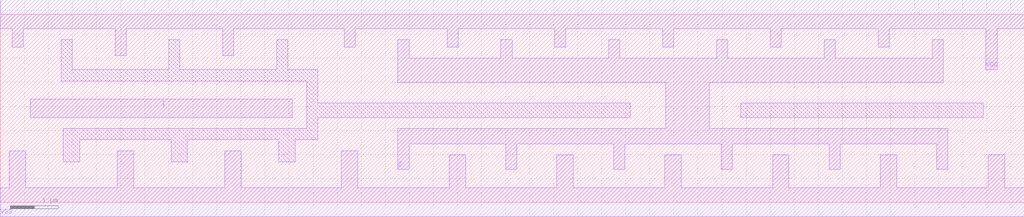
<source format=lef>
# Copyright 2022 GlobalFoundries PDK Authors
#
# Licensed under the Apache License, Version 2.0 (the "License");
# you may not use this file except in compliance with the License.
# You may obtain a copy of the License at
#
#      http://www.apache.org/licenses/LICENSE-2.0
#
# Unless required by applicable law or agreed to in writing, software
# distributed under the License is distributed on an "AS IS" BASIS,
# WITHOUT WARRANTIES OR CONDITIONS OF ANY KIND, either express or implied.
# See the License for the specific language governing permissions and
# limitations under the License.

MACRO gf180mcu_fd_sc_mcu7t5v0__clkbuf_12
  CLASS core ;
  FOREIGN gf180mcu_fd_sc_mcu7t5v0__clkbuf_12 0.0 0.0 ;
  ORIGIN 0 0 ;
  SYMMETRY X Y ;
  SITE GF018hv5v_mcu_sc7 ;
  SIZE 21.28 BY 3.92 ;
  PIN I
    DIRECTION INPUT ;
    ANTENNAGATEAREA 3.555 ;
    PORT
      LAYER METAL1 ;
        POLYGON 0.62 1.765 6.07 1.765 6.07 2.15 0.62 2.15  ;
    END
  END I
  PIN Z
    DIRECTION OUTPUT ;
    ANTENNADIFFAREA 6.036 ;
    PORT
      LAYER METAL1 ;
        POLYGON 8.265 2.495 13.09 2.495 13.83 2.495 13.83 1.535 8.265 1.535 8.265 0.69 8.495 0.69 8.495 1.215 10.505 1.215 10.505 0.69 10.735 0.69 10.735 1.215 12.745 1.215 12.745 0.69 12.975 0.69 12.975 1.215 14.985 1.215 14.985 0.69 15.215 0.69 15.215 1.215 17.225 1.215 17.225 0.69 17.455 0.69 17.455 1.215 19.465 1.215 19.465 0.69 19.695 0.69 19.695 1.535 14.73 1.535 14.73 2.495 19.595 2.495 19.595 3.39 19.365 3.39 19.365 3 17.355 3 17.355 3.39 17.125 3.39 17.125 3 15.115 3 15.115 3.39 14.885 3.39 14.885 3 13.09 3 12.875 3 12.875 3.39 12.645 3.39 12.645 3 10.635 3 10.635 3.39 10.405 3.39 10.405 3 8.495 3 8.495 3.39 8.265 3.39  ;
    END
  END Z
  PIN VDD
    DIRECTION INOUT ;
    USE power ;
    SHAPE ABUTMENT ;
    PORT
      LAYER METAL1 ;
        POLYGON 0 3.62 0.245 3.62 0.245 3.23 0.475 3.23 0.475 3.62 2.385 3.62 2.385 3.05 2.615 3.05 2.615 3.62 4.625 3.62 4.625 3.05 4.855 3.05 4.855 3.62 7.145 3.62 7.145 3.23 7.375 3.23 7.375 3.62 9.285 3.62 9.285 3.23 9.515 3.23 9.515 3.62 11.525 3.62 11.525 3.23 11.755 3.23 11.755 3.62 13.09 3.62 13.765 3.62 13.765 3.23 13.995 3.23 13.995 3.62 16.005 3.62 16.005 3.23 16.235 3.23 16.235 3.62 18.245 3.62 18.245 3.23 18.475 3.23 18.475 3.62 20.43 3.62 20.485 3.62 20.485 2.76 20.715 2.76 20.715 3.62 21.28 3.62 21.28 4.22 20.43 4.22 13.09 4.22 0 4.22  ;
    END
  END VDD
  PIN VSS
    DIRECTION INOUT ;
    USE ground ;
    SHAPE ABUTMENT ;
    PORT
      LAYER METAL1 ;
        POLYGON 0 -0.3 21.28 -0.3 21.28 0.3 20.87 0.3 20.87 0.985 20.53 0.985 20.53 0.3 18.63 0.3 18.63 0.985 18.29 0.985 18.29 0.3 16.39 0.3 16.39 0.985 16.05 0.985 16.05 0.3 14.15 0.3 14.15 0.985 13.81 0.985 13.81 0.3 11.91 0.3 11.91 0.985 11.57 0.985 11.57 0.3 9.67 0.3 9.67 0.985 9.33 0.985 9.33 0.3 7.43 0.3 7.43 1.075 7.09 1.075 7.09 0.3 5.01 0.3 5.01 1.075 4.67 1.075 4.67 0.3 2.77 0.3 2.77 1.075 2.43 1.075 2.43 0.3 0.53 0.3 0.53 1.075 0.19 1.075 0.19 0.3 0 0.3  ;
    END
  END VSS
  OBS
      LAYER METAL1 ;
        POLYGON 1.265 2.53 6.365 2.53 6.365 1.535 1.31 1.535 1.31 0.845 1.65 0.845 1.65 1.305 3.55 1.305 3.55 0.845 3.89 0.845 3.89 1.305 5.79 1.305 5.79 0.845 6.13 0.845 6.13 1.305 6.595 1.305 6.595 1.765 13.09 1.765 13.09 2.065 6.595 2.065 6.595 2.76 5.975 2.76 5.975 3.39 5.745 3.39 5.745 2.76 3.735 2.76 3.735 3.39 3.505 3.39 3.505 2.76 1.495 2.76 1.495 3.39 1.265 3.39  ;
        POLYGON 15.39 1.765 20.43 1.765 20.43 2.065 15.39 2.065  ;
  END
END gf180mcu_fd_sc_mcu7t5v0__clkbuf_12

</source>
